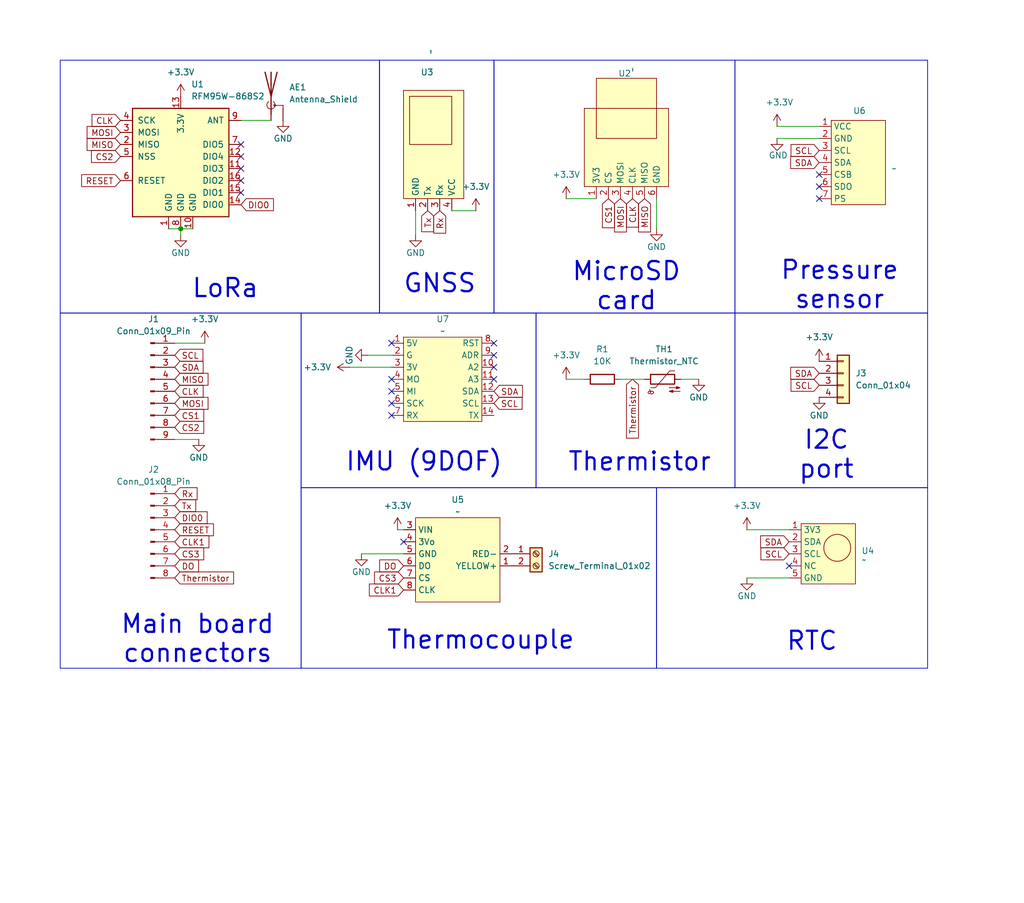
<source format=kicad_sch>
(kicad_sch (version 20250114) (generator "eeschema") (generator_version "9.0")
  (paper "User" 215.9 190.5)
  (lib_symbols
    (symbol "CanSat:BNO055+BMP280_adafruit"
      (property "Reference" "U" (at 0 0 0))
      (symbol "BNO055+BMP280_adafruit_1_1"
        (rectangle (start -2.54 -1.27) (end 13.97 -19.05) (fill (type background)))
        (pin input line (at -5.08 -2.54 0) (length 2.54) (name "5V") (number "1"))
        (pin input line (at -5.08 -5.08 0) (length 2.54) (name "G") (number "2"))
        (pin input line (at -5.08 -7.62 0) (length 2.54) (name "3V") (number "3"))
        (pin input line (at -5.08 -10.16 0) (length 2.54) (name "MO") (number "4"))
        (pin input line (at -5.08 -12.7 0) (length 2.54) (name "MI") (number "5"))
        (pin input line (at -5.08 -15.24 0) (length 2.54) (name "SCK") (number "6"))
        (pin input line (at -5.08 -17.78 0) (length 2.54) (name "RX") (number "7"))
        (pin input line (at 16.51 -2.54 180) (length 2.54) (name "RST") (number "8"))
        (pin input line (at 16.51 -5.08 180) (length 2.54) (name "ADR") (number "9"))
        (pin input line (at 16.51 -7.62 180) (length 2.54) (name "A2") (number "10"))
        (pin input line (at 16.51 -10.16 180) (length 2.54) (name "A3") (number "11"))
        (pin input line (at 16.51 -12.7 180) (length 2.54) (name "SDA") (number "12"))
        (pin input line (at 16.51 -15.24 180) (length 2.54) (name "SCL") (number "13"))
        (pin input line (at 16.51 -17.78 180) (length 2.54) (name "TX") (number "14"))
      )
    )
    (symbol "CanSat_2025:MAX31855"
      (property "Reference" "U" (at 0 0 0))
      (symbol "MAX31855_1_1"
        (rectangle (start -12.7 -1.27) (end 5.08 -19.05) (fill (type background)))
        (pin input line (at -15.24 -3.81 0) (length 2.54) (name "VIN") (number "3"))
        (pin input line (at -15.24 -6.35 0) (length 2.54) (name "3Vo") (number "4"))
        (pin input line (at -15.24 -8.89 0) (length 2.54) (name "GND") (number "5"))
        (pin input line (at -15.24 -11.43 0) (length 2.54) (name "DO") (number "6"))
        (pin input line (at -15.24 -13.97 0) (length 2.54) (name "CS") (number "7"))
        (pin input line (at -15.24 -16.51 0) (length 2.54) (name "CLK") (number "8"))
        (pin input line (at 7.62 -8.89 180) (length 2.54) (name "RED-") (number "2"))
        (pin input line (at 7.62 -11.43 180) (length 2.54) (name "YELLOW+") (number "1"))
      )
    )
    (symbol "CanSat_2025:MICRO_SD"
      (property "Reference" "U" (at 0 0 0))
      (symbol "MICRO_SD_1_1"
        (rectangle (start -5.08 -3.81) (end 11.43 -21.59) (fill (type background)))
        (rectangle (start 5.08 -6.35) (end 17.78 -19.05) (fill (type background)))
        (pin input line (at -7.62 -6.35 0) (length 2.54) (name "3V3") (number "1"))
        (pin input line (at -7.62 -8.89 0) (length 2.54) (name "CS") (number "2"))
        (pin input line (at -7.62 -11.43 0) (length 2.54) (name "MOSI") (number "3"))
        (pin input line (at -7.62 -13.97 0) (length 2.54) (name "CLK") (number "4"))
        (pin input line (at -7.62 -16.51 0) (length 2.54) (name "MISO") (number "5"))
        (pin input line (at -7.62 -19.05 0) (length 2.54) (name "GND") (number "6"))
      )
    )
    (symbol "CanSat_2025:MS5611"
      (property "Reference" "U" (at 0 0 0))
      (symbol "MS5611_1_1"
        (rectangle (start 8.89 -13.97) (end -8.89 -2.54) (fill (type background)))
        (pin input line (at -7.62 -16.51 90) (length 2.54) (name "VCC") (number "1"))
        (pin input line (at -5.08 -16.51 90) (length 2.54) (name "GND") (number "2"))
        (pin input line (at -2.54 -16.51 90) (length 2.54) (name "SCL") (number "3"))
        (pin input line (at 0 -16.51 90) (length 2.54) (name "SDA") (number "4"))
        (pin input line (at 2.54 -16.51 90) (length 2.54) (name "CSB") (number "5"))
        (pin input line (at 5.08 -16.51 90) (length 2.54) (name "SDO") (number "6"))
        (pin input line (at 7.62 -16.51 90) (length 2.54) (name "PS") (number "7"))
      )
    )
    (symbol "CanSat_2025:RTC"
      (property "Reference" "U" (at 0 0 0))
      (symbol "RTC_0_1"
        (circle (center -1.27 -16.51) (radius 2.8398))
      )
      (symbol "RTC_1_1"
        (rectangle (start -8.89 -8.89) (end 3.81 -20.32) (fill (type background)))
        (pin input line (at -7.62 -6.35 270) (length 2.54) (name "GND") (number "5"))
        (pin input line (at -5.08 -6.35 270) (length 2.54) (name "NC") (number "4"))
        (pin input line (at -2.54 -6.35 270) (length 2.54) (name "SCL") (number "3"))
        (pin input line (at 0 -6.35 270) (length 2.54) (name "SDA") (number "2"))
        (pin input line (at 2.54 -6.35 270) (length 2.54) (name "3V3") (number "1"))
      )
    )
    (symbol "CanSat_2025:SAM_M10Q"
      (property "Reference" "U3" (at 19.558 -5.08 90))
      (property "Value" "~" (at 19.05 -5.715 0))
      (symbol "SAM_M10Q_1_1"
        (rectangle (start -11.43 0) (end 11.43 -12.7) (fill (type background)))
        (rectangle (start 0 -1.27) (end 10.16 -10.16))
        (pin input line (at -13.97 -2.54 0) (length 2.54) (name "GND") (number "1"))
        (pin input line (at -13.97 -5.08 0) (length 2.54) (name "Tx") (number "2"))
        (pin input line (at -13.97 -7.62 0) (length 2.54) (name "Rx") (number "3"))
        (pin input line (at -13.97 -10.16 0) (length 2.54) (name "VCC") (number "4"))
      )
    )
    (symbol "Connector:Conn_01x08_Pin" (pin_names (offset 1.016) (hide yes))
      (property "Reference" "J" (at 0 10.16 0))
      (property "Value" "Conn_01x08_Pin" (at 0 -12.7 0))
      (symbol "Conn_01x08_Pin_1_1"
        (rectangle (start 0.8636 7.747) (end 0 7.493) (stroke (width 0.1524)) (fill (type outline)))
        (rectangle (start 0.8636 5.207) (end 0 4.953) (stroke (width 0.1524)) (fill (type outline)))
        (rectangle (start 0.8636 2.667) (end 0 2.413) (stroke (width 0.1524)) (fill (type outline)))
        (rectangle (start 0.8636 0.127) (end 0 -0.127) (stroke (width 0.1524)) (fill (type outline)))
        (rectangle (start 0.8636 -2.413) (end 0 -2.667) (stroke (width 0.1524)) (fill (type outline)))
        (rectangle (start 0.8636 -4.953) (end 0 -5.207) (stroke (width 0.1524)) (fill (type outline)))
        (rectangle (start 0.8636 -7.493) (end 0 -7.747) (stroke (width 0.1524)) (fill (type outline)))
        (rectangle (start 0.8636 -10.033) (end 0 -10.287) (stroke (width 0.1524)) (fill (type outline)))
        (polyline (pts (xy 1.27 7.62) (xy 0.8636 7.62)) (stroke (width 0.1524)))
        (polyline (pts (xy 1.27 5.08) (xy 0.8636 5.08)) (stroke (width 0.1524)))
        (polyline (pts (xy 1.27 2.54) (xy 0.8636 2.54)) (stroke (width 0.1524)))
        (polyline (pts (xy 1.27 0) (xy 0.8636 0)) (stroke (width 0.1524)))
        (polyline (pts (xy 1.27 -2.54) (xy 0.8636 -2.54)) (stroke (width 0.1524)))
        (polyline (pts (xy 1.27 -5.08) (xy 0.8636 -5.08)) (stroke (width 0.1524)))
        (polyline (pts (xy 1.27 -7.62) (xy 0.8636 -7.62)) (stroke (width 0.1524)))
        (polyline (pts (xy 1.27 -10.16) (xy 0.8636 -10.16)) (stroke (width 0.1524)))
        (pin passive line (at 5.08 7.62 180) (length 3.81) (name "Pin_1") (number "1"))
        (pin passive line (at 5.08 5.08 180) (length 3.81) (name "Pin_2") (number "2"))
        (pin passive line (at 5.08 2.54 180) (length 3.81) (name "Pin_3") (number "3"))
        (pin passive line (at 5.08 0 180) (length 3.81) (name "Pin_4") (number "4"))
        (pin passive line (at 5.08 -2.54 180) (length 3.81) (name "Pin_5") (number "5"))
        (pin passive line (at 5.08 -5.08 180) (length 3.81) (name "Pin_6") (number "6"))
        (pin passive line (at 5.08 -7.62 180) (length 3.81) (name "Pin_7") (number "7"))
        (pin passive line (at 5.08 -10.16 180) (length 3.81) (name "Pin_8") (number "8"))
      )
    )
    (symbol "Connector:Conn_01x09_Pin" (pin_names (offset 1.016) (hide yes))
      (property "Reference" "J" (at 0 12.7 0))
      (property "Value" "Conn_01x09_Pin" (at 0 -12.7 0))
      (symbol "Conn_01x09_Pin_1_1"
        (rectangle (start 0.8636 10.287) (end 0 10.033) (stroke (width 0.1524)) (fill (type outline)))
        (rectangle (start 0.8636 7.747) (end 0 7.493) (stroke (width 0.1524)) (fill (type outline)))
        (rectangle (start 0.8636 5.207) (end 0 4.953) (stroke (width 0.1524)) (fill (type outline)))
        (rectangle (start 0.8636 2.667) (end 0 2.413) (stroke (width 0.1524)) (fill (type outline)))
        (rectangle (start 0.8636 0.127) (end 0 -0.127) (stroke (width 0.1524)) (fill (type outline)))
        (rectangle (start 0.8636 -2.413) (end 0 -2.667) (stroke (width 0.1524)) (fill (type outline)))
        (rectangle (start 0.8636 -4.953) (end 0 -5.207) (stroke (width 0.1524)) (fill (type outline)))
        (rectangle (start 0.8636 -7.493) (end 0 -7.747) (stroke (width 0.1524)) (fill (type outline)))
        (rectangle (start 0.8636 -10.033) (end 0 -10.287) (stroke (width 0.1524)) (fill (type outline)))
        (polyline (pts (xy 1.27 10.16) (xy 0.8636 10.16)) (stroke (width 0.1524)))
        (polyline (pts (xy 1.27 7.62) (xy 0.8636 7.62)) (stroke (width 0.1524)))
        (polyline (pts (xy 1.27 5.08) (xy 0.8636 5.08)) (stroke (width 0.1524)))
        (polyline (pts (xy 1.27 2.54) (xy 0.8636 2.54)) (stroke (width 0.1524)))
        (polyline (pts (xy 1.27 0) (xy 0.8636 0)) (stroke (width 0.1524)))
        (polyline (pts (xy 1.27 -2.54) (xy 0.8636 -2.54)) (stroke (width 0.1524)))
        (polyline (pts (xy 1.27 -5.08) (xy 0.8636 -5.08)) (stroke (width 0.1524)))
        (polyline (pts (xy 1.27 -7.62) (xy 0.8636 -7.62)) (stroke (width 0.1524)))
        (polyline (pts (xy 1.27 -10.16) (xy 0.8636 -10.16)) (stroke (width 0.1524)))
        (pin passive line (at 5.08 10.16 180) (length 3.81) (name "Pin_1") (number "1"))
        (pin passive line (at 5.08 7.62 180) (length 3.81) (name "Pin_2") (number "2"))
        (pin passive line (at 5.08 5.08 180) (length 3.81) (name "Pin_3") (number "3"))
        (pin passive line (at 5.08 2.54 180) (length 3.81) (name "Pin_4") (number "4"))
        (pin passive line (at 5.08 0 180) (length 3.81) (name "Pin_5") (number "5"))
        (pin passive line (at 5.08 -2.54 180) (length 3.81) (name "Pin_6") (number "6"))
        (pin passive line (at 5.08 -5.08 180) (length 3.81) (name "Pin_7") (number "7"))
        (pin passive line (at 5.08 -7.62 180) (length 3.81) (name "Pin_8") (number "8"))
        (pin passive line (at 5.08 -10.16 180) (length 3.81) (name "Pin_9") (number "9"))
      )
    )
    (symbol "Connector:Screw_Terminal_01x02" (pin_names (offset 1.016) (hide yes))
      (property "Reference" "J" (at 0 2.54 0))
      (property "Value" "Screw_Terminal_01x02" (at 0 -5.08 0))
      (symbol "Screw_Terminal_01x02_1_1"
        (rectangle (start -1.27 1.27) (end 1.27 -3.81) (stroke (width 0.254)) (fill (type background)))
        (polyline (pts (xy -0.5334 0.3302) (xy 0.3302 -0.508)) (stroke (width 0.1524)))
        (polyline (pts (xy -0.5334 -2.2098) (xy 0.3302 -3.048)) (stroke (width 0.1524)))
        (polyline (pts (xy -0.3556 0.508) (xy 0.508 -0.3302)) (stroke (width 0.1524)))
        (polyline (pts (xy -0.3556 -2.032) (xy 0.508 -2.8702)) (stroke (width 0.1524)))
        (circle (center 0 0) (radius 0.635) (stroke (width 0.1524)))
        (circle (center 0 -2.54) (radius 0.635) (stroke (width 0.1524)))
        (pin passive line (at -5.08 0 0) (length 3.81) (name "Pin_1") (number "1"))
        (pin passive line (at -5.08 -2.54 0) (length 3.81) (name "Pin_2") (number "2"))
      )
    )
    (symbol "Connector_Generic:Conn_01x04" (pin_names (offset 1.016) (hide yes))
      (property "Reference" "J" (at 0 5.08 0))
      (property "Value" "Conn_01x04" (at 0 -7.62 0))
      (symbol "Conn_01x04_1_1"
        (rectangle (start -1.27 3.81) (end 1.27 -6.35) (stroke (width 0.254)) (fill (type background)))
        (rectangle (start -1.27 2.667) (end 0 2.413) (stroke (width 0.1524)))
        (rectangle (start -1.27 0.127) (end 0 -0.127) (stroke (width 0.1524)))
        (rectangle (start -1.27 -2.413) (end 0 -2.667) (stroke (width 0.1524)))
        (rectangle (start -1.27 -4.953) (end 0 -5.207) (stroke (width 0.1524)))
        (pin passive line (at -5.08 2.54 0) (length 3.81) (name "Pin_1") (number "1"))
        (pin passive line (at -5.08 0 0) (length 3.81) (name "Pin_2") (number "2"))
        (pin passive line (at -5.08 -2.54 0) (length 3.81) (name "Pin_3") (number "3"))
        (pin passive line (at -5.08 -5.08 0) (length 3.81) (name "Pin_4") (number "4"))
      )
    )
    (symbol "Device:Antenna_Shield" (pin_numbers (hide yes)) (pin_names (offset 1.016) (hide yes))
      (property "Reference" "AE" (at -1.905 4.445 0))
      (property "Value" "Antenna_Shield" (at -1.905 2.54 0))
      (symbol "Antenna_Shield_0_1"
        (arc (start 0 -2.667) (mid -0.8485 -2.1032) (end -0.508 -1.143))
        (polyline (pts (xy 0 5.08) (xy 0 -3.81)) (stroke (width 0.254)))
        (polyline (pts (xy 0 -2.54) (xy 0 0)))
        (arc (start 0.508 -1.143) (mid 0.8046 -2.0885) (end 0 -2.667))
        (polyline (pts (xy 0.762 -1.905) (xy 2.54 -1.905)))
        (circle (center 0.762 -1.905) (radius 0.1778) (fill (type outline)))
        (polyline (pts (xy 1.27 5.08) (xy 0 0) (xy -1.27 5.08)) (stroke (width 0.254)))
        (polyline (pts (xy 2.54 -2.54) (xy 2.54 -1.905)))
      )
      (symbol "Antenna_Shield_1_1"
        (pin input line (at 0 -5.08 90) (length 2.54) (name "A") (number "1"))
        (pin input line (at 2.54 -5.08 90) (length 2.54) (name "Shield") (number "2"))
      )
    )
    (symbol "Device:R" (pin_numbers (hide yes)) (pin_names (offset 0))
      (property "Reference" "R" (at 2.032 0 90))
      (property "Value" "R" (at 0 0 90))
      (symbol "R_0_1"
        (rectangle (start -1.016 -2.54) (end 1.016 2.54) (stroke (width 0.254)))
      )
      (symbol "R_1_1"
        (pin passive line (at 0 3.81 270) (length 1.27) (name "~") (number "1"))
        (pin passive line (at 0 -3.81 90) (length 1.27) (name "~") (number "2"))
      )
    )
    (symbol "Device:Thermistor_NTC" (pin_numbers (hide yes)) (pin_names (offset 0))
      (property "Reference" "TH" (at -4.445 0 90))
      (property "Value" "Thermistor_NTC" (at 3.175 0 90))
      (symbol "Thermistor_NTC_0_1"
        (arc (start -3.175 2.413) (mid -3.0506 2.3165) (end -3.048 2.159))
        (arc (start -3.048 2.794) (mid -2.9736 2.9736) (end -2.794 3.048))
        (arc (start -2.794 3.048) (mid -2.6144 2.9736) (end -2.54 2.794))
        (arc (start -2.794 2.54) (mid -2.9736 2.6144) (end -3.048 2.794))
        (arc (start -2.794 1.905) (mid -2.9736 1.9794) (end -3.048 2.159))
        (arc (start -2.54 2.159) (mid -2.6144 1.9794) (end -2.794 1.905))
        (arc (start -2.159 2.794) (mid -2.434 2.5608) (end -2.794 2.54))
        (polyline (pts (xy -2.54 2.159) (xy -2.54 2.794)))
        (polyline (pts (xy -2.54 -3.683) (xy -2.54 -1.397) (xy -2.794 -2.159) (xy -2.286 -2.159) (xy -2.54 -1.397) (xy -2.54 -1.651)) (fill (type outline)))
        (polyline (pts (xy -1.778 2.54) (xy -1.778 1.524) (xy 1.778 -1.524) (xy 1.778 -2.54)))
        (polyline (pts (xy -1.778 -1.397) (xy -1.778 -3.683) (xy -2.032 -2.921) (xy -1.524 -2.921) (xy -1.778 -3.683) (xy -1.778 -3.429)) (fill (type outline)))
        (rectangle (start -1.016 2.54) (end 1.016 -2.54) (stroke (width 0.254)))
      )
      (symbol "Thermistor_NTC_1_1"
        (pin passive line (at 0 3.81 270) (length 1.27) (name "~") (number "1"))
        (pin passive line (at 0 -3.81 90) (length 1.27) (name "~") (number "2"))
      )
    )
    (symbol "RF_Module:RFM95W-868S2" (pin_names (offset 1.016))
      (property "Reference" "U" (at -10.414 11.684 0))
      (property "Value" "RFM95W-868S2" (at 1.524 11.43 0))
      (symbol "RFM95W-868S2_0_1"
        (rectangle (start -10.16 10.16) (end 10.16 -12.7) (stroke (width 0.254)) (fill (type background)))
      )
      (symbol "RFM95W-868S2_1_1"
        (pin input line (at -12.7 7.62 0) (length 2.54) (name "SCK") (number "4"))
        (pin input line (at -12.7 5.08 0) (length 2.54) (name "MOSI") (number "3"))
        (pin output line (at -12.7 2.54 0) (length 2.54) (name "MISO") (number "2"))
        (pin input line (at -12.7 0 0) (length 2.54) (name "NSS") (number "5"))
        (pin bidirectional line (at -12.7 -5.08 0) (length 2.54) (name "RESET") (number "6"))
        (pin power_in line (at -2.54 -15.24 90) (length 2.54) (name "GND") (number "1"))
        (pin power_in line (at 0 12.7 270) (length 2.54) (name "3.3V") (number "13"))
        (pin power_in line (at 0 -15.24 90) (length 2.54) (name "GND") (number "8"))
        (pin power_in line (at 2.54 -15.24 90) (length 2.54) (name "GND") (number "10"))
        (pin bidirectional line (at 12.7 7.62 180) (length 2.54) (name "ANT") (number "9"))
        (pin bidirectional line (at 12.7 2.54 180) (length 2.54) (name "DIO5") (number "7"))
        (pin bidirectional line (at 12.7 0 180) (length 2.54) (name "DIO4") (number "12"))
        (pin bidirectional line (at 12.7 -2.54 180) (length 2.54) (name "DIO3") (number "11"))
        (pin bidirectional line (at 12.7 -5.08 180) (length 2.54) (name "DIO2") (number "16"))
        (pin bidirectional line (at 12.7 -7.62 180) (length 2.54) (name "DIO1") (number "15"))
        (pin bidirectional line (at 12.7 -10.16 180) (length 2.54) (name "DIO0") (number "14"))
      )
    )
    (symbol "power:+3.3V" (power) (pin_numbers (hide yes)) (pin_names (offset 0) (hide yes))
      (property "Value" "+3.3V" (at 0 3.556 0))
      (symbol "+3.3V_0_1"
        (polyline (pts (xy -0.762 1.27) (xy 0 2.54)))
        (polyline (pts (xy 0 2.54) (xy 0.762 1.27)))
        (polyline (pts (xy 0 0) (xy 0 2.54)))
      )
      (symbol "+3.3V_1_1"
        (pin power_in line (at 0 0 90) (length 0) (name "~") (number "1"))
      )
    )
    (symbol "power:GND" (power) (pin_numbers (hide yes)) (pin_names (offset 0) (hide yes))
      (property "Value" "GND" (at 0 -3.81 0))
      (symbol "GND_0_1"
        (polyline (pts (xy 0 0) (xy 0 -1.27) (xy 1.27 -1.27) (xy 0 -2.54) (xy -1.27 -1.27) (xy 0 -1.27)))
      )
      (symbol "GND_1_1"
        (pin power_in line (at 0 0 270) (length 0) (name "~") (number "1"))
      )
    )
  )
  (rectangle (start 138.43 102.87) (end 195.58 140.97))
  (rectangle (start 104.14 12.7) (end 154.94 66.04))
  (rectangle (start 154.94 12.7) (end 195.58 66.04))
  (rectangle (start 63.5 66.04) (end 113.03 102.87))
  (rectangle (start 12.7 12.7) (end 80.01 66.04))
  (rectangle (start 12.7 66.04) (end 63.5 140.97))
  (rectangle (start 113.03 66.04) (end 154.94 102.87))
  (rectangle (start 154.94 66.04) (end 195.58 102.87))
  (rectangle (start 80.01 12.7) (end 104.14 66.04))
  (rectangle (start 63.5 102.87) (end 138.43 140.97))
  (text "MicroSD\ncard" (at 132.08 60.452 0) (effects (font (size 3.81 3.81) (thickness 0.4763))))
  (text "GNSS" (at 92.71 59.944 0) (effects (font (size 3.81 3.81) (thickness 0.4763))))
  (text "Main board\nconnectors" (at 41.656 134.874 0) (effects (font (size 3.81 3.81) (thickness 0.4763))))
  (text "Pressure\nsensor" (at 177.038 60.198 0) (effects (font (size 3.81 3.81) (thickness 0.4763))))
  (text "RTC" (at 171.196 135.382 0) (effects (font (size 3.81 3.81) (thickness 0.4763))))
  (text "IMU (9DOF)" (at 89.408 97.536 0) (effects (font (size 3.81 3.81) (thickness 0.4763))))
  (text "LoRa" (at 47.498 60.96 0) (effects (font (size 3.81 3.81) (thickness 0.4763))))
  (text "Thermocouple" (at 101.346 135.128 0) (effects (font (size 3.81 3.81) (thickness 0.4763))))
  (text "I2C\nport" (at 174.244 96.012 0) (effects (font (size 3.81 3.81) (thickness 0.4763))))
  (text "Thermistor" (at 134.874 97.536 0) (effects (font (size 3.81 3.81) (thickness 0.4763))))
  (junction (at 38.1 48.26))
  (no_connect (at 50.8 33.02))
  (no_connect (at 82.55 80.01))
  (no_connect (at 82.55 87.63))
  (no_connect (at 50.8 30.48))
  (no_connect (at 104.14 80.01))
  (no_connect (at 50.8 40.64))
  (no_connect (at 85.09 114.3))
  (no_connect (at 104.14 72.39))
  (no_connect (at 50.8 38.1))
  (no_connect (at 172.72 41.91))
  (no_connect (at 82.55 85.09))
  (no_connect (at 50.8 35.56))
  (no_connect (at 104.14 77.47))
  (no_connect (at 104.14 74.93))
  (no_connect (at 172.72 36.83))
  (no_connect (at 172.72 39.37))
  (no_connect (at 82.55 72.39))
  (no_connect (at 82.55 82.55))
  (no_connect (at 166.37 119.38))
  (wire (pts (xy 157.48 121.92) (xy 166.37 121.92)))
  (wire (pts (xy 147.32 80.01) (xy 143.51 80.01)))
  (wire (pts (xy 57.15 25.4) (xy 50.8 25.4)))
  (wire (pts (xy 163.83 29.21) (xy 172.72 29.21)))
  (wire (pts (xy 41.91 92.71) (xy 36.83 92.71)))
  (wire (pts (xy 76.2 116.84) (xy 85.09 116.84)))
  (wire (pts (xy 77.47 74.93) (xy 82.55 74.93)))
  (wire (pts (xy 119.38 41.91) (xy 125.73 41.91)))
  (wire (pts (xy 83.82 111.76) (xy 85.09 111.76)))
  (wire (pts (xy 38.1 48.26) (xy 40.64 48.26)))
  (wire (pts (xy 119.38 80.01) (xy 123.19 80.01)))
  (wire (pts (xy 157.48 111.76) (xy 166.37 111.76)))
  (wire (pts (xy 38.1 49.53) (xy 38.1 48.26)))
  (wire (pts (xy 87.63 49.53) (xy 87.63 44.45)))
  (wire (pts (xy 73.66 77.47) (xy 82.55 77.47)))
  (wire (pts (xy 163.83 26.67) (xy 172.72 26.67)))
  (wire (pts (xy 138.43 48.26) (xy 138.43 41.91)))
  (wire (pts (xy 35.56 48.26) (xy 38.1 48.26)))
  (wire (pts (xy 43.18 72.39) (xy 36.83 72.39)))
  (wire (pts (xy 135.89 80.01) (xy 130.81 80.01)))
  (wire (pts (xy 100.33 44.45) (xy 95.25 44.45)))
  (global_label "DO" (shape input) (at 85.09 119.38 180) (property "Intersheetrefs" "${INTERSHEET_REFS}" (effects (hide yes))))
  (global_label "CLK" (shape input) (at 133.35 41.91 270) (property "Intersheetrefs" "${INTERSHEET_REFS}" (effects (hide yes))))
  (global_label "Rx" (shape input) (at 36.83 104.14 0) (property "Intersheetrefs" "${INTERSHEET_REFS}" (effects (hide yes))))
  (global_label "DIO0" (shape input) (at 50.8 43.18 0) (property "Intersheetrefs" "${INTERSHEET_REFS}" (effects (hide yes))))
  (global_label "CS3" (shape input) (at 36.83 116.84 0) (property "Intersheetrefs" "${INTERSHEET_REFS}" (effects (hide yes))))
  (global_label "SDA" (shape input) (at 166.37 114.3 180) (property "Intersheetrefs" "${INTERSHEET_REFS}" (effects (hide yes))))
  (global_label "RESET" (shape input) (at 25.4 38.1 180) (property "Intersheetrefs" "${INTERSHEET_REFS}" (effects (hide yes))))
  (global_label "SCL" (shape input) (at 172.72 81.28 180) (property "Intersheetrefs" "${INTERSHEET_REFS}" (effects (hide yes))))
  (global_label "CS1" (shape input) (at 36.83 87.63 0) (property "Intersheetrefs" "${INTERSHEET_REFS}" (effects (hide yes))))
  (global_label "SDA" (shape input) (at 36.83 77.47 0) (property "Intersheetrefs" "${INTERSHEET_REFS}" (effects (hide yes))))
  (global_label "CS2" (shape input) (at 25.4 33.02 180) (property "Intersheetrefs" "${INTERSHEET_REFS}" (effects (hide yes))))
  (global_label "MOSI" (shape input) (at 25.4 27.94 180) (property "Intersheetrefs" "${INTERSHEET_REFS}" (effects (hide yes))))
  (global_label "Thermistor" (shape input) (at 36.83 121.92 0) (property "Intersheetrefs" "${INTERSHEET_REFS}" (effects (hide yes))))
  (global_label "MISO" (shape input) (at 36.83 80.01 0) (property "Intersheetrefs" "${INTERSHEET_REFS}" (effects (hide yes))))
  (global_label "Rx" (shape input) (at 92.71 44.45 270) (property "Intersheetrefs" "${INTERSHEET_REFS}" (effects (hide yes))))
  (global_label "CLK1" (shape input) (at 85.09 124.46 180) (property "Intersheetrefs" "${INTERSHEET_REFS}" (effects (hide yes))))
  (global_label "DO" (shape input) (at 36.83 119.38 0) (property "Intersheetrefs" "${INTERSHEET_REFS}" (effects (hide yes))))
  (global_label "RESET" (shape input) (at 36.83 111.76 0) (property "Intersheetrefs" "${INTERSHEET_REFS}" (effects (hide yes))))
  (global_label "MOSI" (shape input) (at 36.83 85.09 0) (property "Intersheetrefs" "${INTERSHEET_REFS}" (effects (hide yes))))
  (global_label "Tx" (shape input) (at 90.17 44.45 270) (property "Intersheetrefs" "${INTERSHEET_REFS}" (effects (hide yes))))
  (global_label "SDA" (shape input) (at 104.14 82.55 0) (property "Intersheetrefs" "${INTERSHEET_REFS}" (effects (hide yes))))
  (global_label "CLK1" (shape input) (at 36.83 114.3 0) (property "Intersheetrefs" "${INTERSHEET_REFS}" (effects (hide yes))))
  (global_label "SCL" (shape input) (at 104.14 85.09 0) (property "Intersheetrefs" "${INTERSHEET_REFS}" (effects (hide yes))))
  (global_label "CS2" (shape input) (at 36.83 90.17 0) (property "Intersheetrefs" "${INTERSHEET_REFS}" (effects (hide yes))))
  (global_label "Tx" (shape input) (at 36.83 106.68 0) (property "Intersheetrefs" "${INTERSHEET_REFS}" (effects (hide yes))))
  (global_label "CLK" (shape input) (at 36.83 82.55 0) (property "Intersheetrefs" "${INTERSHEET_REFS}" (effects (hide yes))))
  (global_label "Thermistor" (shape input) (at 133.35 80.01 270) (property "Intersheetrefs" "${INTERSHEET_REFS}" (effects (hide yes))))
  (global_label "SCL" (shape input) (at 166.37 116.84 180) (property "Intersheetrefs" "${INTERSHEET_REFS}" (effects (hide yes))))
  (global_label "SDA" (shape input) (at 172.72 78.74 180) (property "Intersheetrefs" "${INTERSHEET_REFS}" (effects (hide yes))))
  (global_label "CS3" (shape input) (at 85.09 121.92 180) (property "Intersheetrefs" "${INTERSHEET_REFS}" (effects (hide yes))))
  (global_label "SDA" (shape input) (at 172.72 34.29 180) (property "Intersheetrefs" "${INTERSHEET_REFS}" (effects (hide yes))))
  (global_label "CS1" (shape input) (at 128.27 41.91 270) (property "Intersheetrefs" "${INTERSHEET_REFS}" (effects (hide yes))))
  (global_label "SCL" (shape input) (at 36.83 74.93 0) (property "Intersheetrefs" "${INTERSHEET_REFS}" (effects (hide yes))))
  (global_label "MISO" (shape input) (at 135.89 41.91 270) (property "Intersheetrefs" "${INTERSHEET_REFS}" (effects (hide yes))))
  (global_label "SCL" (shape input) (at 172.72 31.75 180) (property "Intersheetrefs" "${INTERSHEET_REFS}" (effects (hide yes))))
  (global_label "MISO" (shape input) (at 25.4 30.48 180) (property "Intersheetrefs" "${INTERSHEET_REFS}" (effects (hide yes))))
  (global_label "MOSI" (shape input) (at 130.81 41.91 270) (property "Intersheetrefs" "${INTERSHEET_REFS}" (effects (hide yes))))
  (global_label "CLK" (shape input) (at 25.4 25.4 180) (property "Intersheetrefs" "${INTERSHEET_REFS}" (effects (hide yes))))
  (global_label "DIO0" (shape input) (at 36.83 109.22 0) (property "Intersheetrefs" "${INTERSHEET_REFS}" (effects (hide yes))))
  (symbol (lib_id "power:GND") (at 157.48 121.92 0) (unit 1)
    (property "Reference" "#PWR012" (effects (hide yes)))
    (property "Value" "GND" (at 157.48 125.73 0))
    (property "Description" "Power symbol creates a global label with name \"GND\" , ground" (effects (hide yes)))
  )
  (symbol (lib_id "RF_Module:RFM95W-868S2") (at 38.1 33.02 0) (unit 1)
    (property "Reference" "U1" (at 40.2941 17.78 0) (effects (justify left)))
    (property "Value" "RFM95W-868S2" (at 40.2941 20.32 0) (effects (justify left)))
    (property "Footprint" "RF_Module:HOPERF_RFM9XW_SMD" (effects (hide yes)))
    (property "Datasheet" "https://www.hoperf.com/data/upload/portal/20181127/5bfcbea20e9ef.pdf" (effects (hide yes)))
    (property "Description" "Low power long range transceiver module, SPI and parallel interface, 868 MHz, spreading factor 6 to12, bandwidth 7.8 to 500kHz, -111 to -148 dBm, SMD-16, DIP-16" (effects (hide yes)))
  )
  (symbol (lib_id "Connector:Screw_Terminal_01x02") (at 113.03 116.84 0) (unit 1)
    (property "Reference" "J4" (at 115.57 116.8399 0) (effects (justify left)))
    (property "Value" "Screw_Terminal_01x02" (at 115.57 119.3799 0) (effects (justify left)))
    (property "Footprint" "TerminalBlock_Phoenix:TerminalBlock_Phoenix_MKDS-1,5-2-5.08_1x02_P5.08mm_Horizontal" (effects (hide yes)))
    (property "Description" "Generic screw terminal, single row, 01x02, script generated (kicad-library-utils/schlib/autogen/connector/)" (effects (hide yes)))
  )
  (symbol (lib_id "power:+3.3V") (at 119.38 80.01 0) (unit 1)
    (property "Reference" "#PWR017" (effects (hide yes)))
    (property "Value" "+3.3V" (at 119.38 74.93 0))
    (property "Description" "Power symbol creates a global label with name \"+3.3V\"" (effects (hide yes)))
  )
  (symbol (lib_id "CanSat_2025:SAM_M10Q") (at 85.09 30.48 90) (unit 1)
    (property "Reference" "U3" (at 91.44 15.24 90) (effects (justify left)))
    (property "Value" "~" (at 90.805 11.43 0) (effects (justify left)))
    (property "Footprint" "Connector_PinHeader_2.54mm:PinHeader_1x04_P2.54mm_Vertical" (effects (hide yes)))
  )
  (symbol (lib_id "power:GND") (at 59.69 25.4 0) (unit 1)
    (property "Reference" "#PWR03" (effects (hide yes)))
    (property "Value" "GND" (at 59.69 29.21 0))
    (property "Description" "Power symbol creates a global label with name \"GND\" , ground" (effects (hide yes)))
  )
  (symbol (lib_id "power:GND") (at 163.83 29.21 0) (unit 1)
    (property "Reference" "#PWR015" (effects (hide yes)))
    (property "Value" "GND" (at 164.084 32.766 0))
    (property "Description" "Power symbol creates a global label with name \"GND\" , ground" (effects (hide yes)))
  )
  (symbol (lib_id "power:+3.3V") (at 38.1 20.32 0) (unit 1)
    (property "Reference" "#PWR01" (effects (hide yes)))
    (property "Value" "+3.3V" (at 38.1 15.24 0))
    (property "Description" "Power symbol creates a global label with name \"+3.3V\"" (effects (hide yes)))
  )
  (symbol (lib_id "power:+3.3V") (at 157.48 111.76 0) (unit 1)
    (property "Reference" "#PWR011" (effects (hide yes)))
    (property "Value" "+3.3V" (at 157.48 106.68 0))
    (property "Description" "Power symbol creates a global label with name \"+3.3V\"" (effects (hide yes)))
  )
  (symbol (lib_id "Device:Antenna_Shield") (at 57.15 20.32 0) (unit 1)
    (property "Reference" "AE1" (at 60.96 18.4149 0) (effects (justify left)))
    (property "Value" "Antenna_Shield" (at 60.96 20.9549 0) (effects (justify left)))
    (property "Footprint" "Connector_PinHeader_2.54mm:PinHeader_1x02_P2.54mm_Vertical" (effects (hide yes)))
    (property "Description" "Antenna with extra pin for shielding" (effects (hide yes)))
  )
  (symbol (lib_id "power:+3.3V") (at 119.38 41.91 0) (unit 1)
    (property "Reference" "#PWR04" (effects (hide yes)))
    (property "Value" "+3.3V" (at 119.38 36.83 0))
    (property "Description" "Power symbol creates a global label with name \"+3.3V\"" (effects (hide yes)))
  )
  (symbol (lib_id "power:GND") (at 147.32 80.01 0) (unit 1)
    (property "Reference" "#PWR016" (effects (hide yes)))
    (property "Value" "GND" (at 147.32 83.82 0))
    (property "Description" "Power symbol creates a global label with name \"GND\" , ground" (effects (hide yes)))
  )
  (symbol (lib_id "power:GND") (at 77.47 74.93 270) (unit 1)
    (property "Reference" "#PWR021" (effects (hide yes)))
    (property "Value" "GND" (at 73.66 74.93 0))
    (property "Description" "Power symbol creates a global label with name \"GND\" , ground" (effects (hide yes)))
  )
  (symbol (lib_id "power:+3.3V") (at 172.72 76.2 0) (unit 1)
    (property "Reference" "#PWR018" (effects (hide yes)))
    (property "Value" "+3.3V" (at 172.72 71.12 0))
    (property "Description" "Power symbol creates a global label with name \"+3.3V\"" (effects (hide yes)))
  )
  (symbol (lib_id "power:GND") (at 138.43 48.26 0) (unit 1)
    (property "Reference" "#PWR06" (effects (hide yes)))
    (property "Value" "GND" (at 138.43 52.07 0))
    (property "Description" "Power symbol creates a global label with name \"GND\" , ground" (effects (hide yes)))
  )
  (symbol (lib_id "power:+3.3V") (at 83.82 111.76 0) (unit 1)
    (property "Reference" "#PWR013" (effects (hide yes)))
    (property "Value" "+3.3V" (at 83.82 106.68 0))
    (property "Description" "Power symbol creates a global label with name \"+3.3V\"" (effects (hide yes)))
  )
  (symbol (lib_id "power:GND") (at 172.72 83.82 0) (unit 1)
    (property "Reference" "#PWR019" (effects (hide yes)))
    (property "Value" "GND" (at 172.72 87.63 0))
    (property "Description" "Power symbol creates a global label with name \"GND\" , ground" (effects (hide yes)))
  )
  (symbol (lib_id "CanSat:BNO055+BMP280_adafruit") (at 87.63 69.85 0) (unit 1)
    (property "Reference" "U7" (at 93.345 67.31 0))
    (property "Value" "~" (at 93.345 69.85 0))
    (property "Footprint" "CanSat:BNO055+BMP280 adafruit" (effects (hide yes)))
  )
  (symbol (lib_id "power:+3.3V") (at 73.66 77.47 90) (unit 1)
    (property "Reference" "#PWR020" (effects (hide yes)))
    (property "Value" "+3.3V" (at 69.85 77.4699 90) (effects (justify left)))
    (property "Description" "Power symbol creates a global label with name \"+3.3V\"" (effects (hide yes)))
  )
  (symbol (lib_id "power:GND") (at 38.1 49.53 0) (unit 1)
    (property "Reference" "#PWR02" (effects (hide yes)))
    (property "Value" "GND" (at 38.1 53.34 0))
    (property "Description" "Power symbol creates a global label with name \"GND\" , ground" (effects (hide yes)))
  )
  (symbol (lib_id "Connector_Generic:Conn_01x04") (at 177.8 78.74 0) (unit 1)
    (property "Reference" "J3" (at 180.34 78.7399 0) (effects (justify left)))
    (property "Value" "Conn_01x04" (at 180.34 81.2799 0) (effects (justify left)))
    (property "Footprint" "Connector_PinHeader_2.54mm:PinHeader_1x04_P2.54mm_Vertical" (effects (hide yes)))
    (property "Description" "Generic connector, single row, 01x04, script generated (kicad-library-utils/schlib/autogen/connector/)" (effects (hide yes)))
  )
  (symbol (lib_id "power:GND") (at 76.2 116.84 0) (unit 1)
    (property "Reference" "#PWR010" (effects (hide yes)))
    (property "Value" "GND" (at 76.2 120.65 0))
    (property "Description" "Power symbol creates a global label with name \"GND\" , ground" (effects (hide yes)))
  )
  (symbol (lib_id "CanSat_2025:RTC") (at 160.02 114.3 90) (unit 1)
    (property "Reference" "U4" (at 181.61 116.2049 90) (effects (justify right)))
    (property "Value" "~" (at 181.61 118.11 90) (effects (justify right)))
    (property "Footprint" "CanSat:RTC" (effects (hide yes)))
  )
  (symbol (lib_id "Connector:Conn_01x08_Pin") (at 31.75 111.76 0) (unit 1)
    (property "Reference" "J2" (at 32.385 99.06 0))
    (property "Value" "Conn_01x08_Pin" (at 32.385 101.6 0))
    (property "Footprint" "Connector_PinHeader_2.54mm:PinHeader_1x08_P2.54mm_Vertical" (effects (hide yes)))
    (property "Description" "Generic connector, single row, 01x08, script generated" (effects (hide yes)))
  )
  (symbol (lib_id "CanSat_2025:MS5611") (at 189.23 34.29 270) (unit 1)
    (property "Reference" "U6" (at 179.832 23.368 90) (effects (justify left)))
    (property "Value" "~" (at 187.96 35.56 90) (effects (justify left)))
    (property "Footprint" "CanSat:MS5611" (effects (hide yes)))
  )
  (symbol (lib_id "CanSat_2025:MICRO_SD") (at 119.38 34.29 90) (unit 1)
    (property "Reference" "U2" (at 133.096 15.494 90) (effects (justify left)))
    (property "Value" "~" (at 133.35 15.24 0) (effects (justify left)))
    (property "Footprint" "CanSat:MicroSd card" (effects (hide yes)))
  )
  (symbol (lib_id "power:GND") (at 87.63 49.53 0) (unit 1)
    (property "Reference" "#PWR05" (effects (hide yes)))
    (property "Value" "GND" (at 87.63 53.34 0))
    (property "Description" "Power symbol creates a global label with name \"GND\" , ground" (effects (hide yes)))
  )
  (symbol (lib_id "power:+3.3V") (at 43.18 72.39 0) (unit 1)
    (property "Reference" "#PWR09" (effects (hide yes)))
    (property "Value" "+3.3V" (at 43.18 67.31 0))
    (property "Description" "Power symbol creates a global label with name \"+3.3V\"" (effects (hide yes)))
  )
  (symbol (lib_id "Device:R") (at 127 80.01 90) (unit 1)
    (property "Reference" "R1" (at 127 73.66 90))
    (property "Value" "10K" (at 127 76.2 90))
    (property "Footprint" "Resistor_THT:R_Axial_DIN0207_L6.3mm_D2.5mm_P7.62mm_Horizontal" (effects (hide yes)))
    (property "Description" "Resistor" (effects (hide yes)))
  )
  (symbol (lib_id "power:+3.3V") (at 163.83 26.67 0) (unit 1)
    (property "Reference" "#PWR014" (effects (hide yes)))
    (property "Value" "+3.3V" (at 164.338 21.59 0))
    (property "Description" "Power symbol creates a global label with name \"+3.3V\"" (effects (hide yes)))
  )
  (symbol (lib_id "power:GND") (at 41.91 92.71 0) (unit 1)
    (property "Reference" "#PWR08" (effects (hide yes)))
    (property "Value" "GND" (at 41.91 96.52 0))
    (property "Description" "Power symbol creates a global label with name \"GND\" , ground" (effects (hide yes)))
  )
  (symbol (lib_id "Device:Thermistor_NTC") (at 139.7 80.01 90) (unit 1)
    (property "Reference" "TH1" (at 140.0175 73.66 90))
    (property "Value" "Thermistor_NTC" (at 140.0175 76.2 90))
    (property "Footprint" "Connector_PinHeader_2.54mm:PinHeader_1x02_P2.54mm_Vertical" (effects (hide yes)))
    (property "Description" "Temperature dependent resistor, negative temperature coefficient" (effects (hide yes)))
  )
  (symbol (lib_id "CanSat_2025:MAX31855") (at 100.33 107.95 0) (unit 1)
    (property "Reference" "U5" (at 96.52 105.41 0))
    (property "Value" "~" (at 96.52 107.95 0))
    (property "Footprint" "CanSat:Max31855" (effects (hide yes)))
  )
  (symbol (lib_id "Connector:Conn_01x09_Pin") (at 31.75 82.55 0) (unit 1)
    (property "Reference" "J1" (at 32.385 67.31 0))
    (property "Value" "Conn_01x09_Pin" (at 32.385 69.85 0))
    (property "Footprint" "Connector_PinHeader_2.54mm:PinHeader_1x09_P2.54mm_Vertical" (effects (hide yes)))
    (property "Description" "Generic connector, single row, 01x09, script generated" (effects (hide yes)))
  )
  (symbol (lib_id "power:+3.3V") (at 100.33 44.45 0) (unit 1)
    (property "Reference" "#PWR07" (effects (hide yes)))
    (property "Value" "+3.3V" (at 100.33 39.37 0))
    (property "Description" "Power symbol creates a global label with name \"+3.3V\"" (effects (hide yes)))
  )
)
</source>
